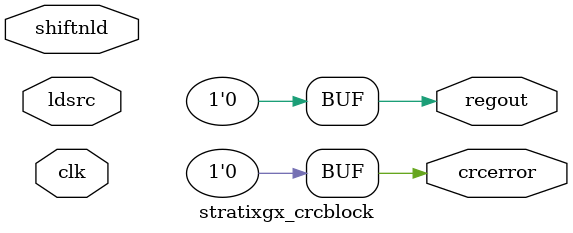
<source format=v>
module  stratixgx_crcblock (
    clk,
    shiftnld,
   ldsrc,
    crcerror,
    regout);
input clk;
input shiftnld;
input ldsrc;
output crcerror;
output regout;
assign crcerror = 1'b0;
assign regout = 1'b0;
parameter oscillator_divider = 1;
parameter lpm_type = "stratixgx_crcblock";
endmodule
</source>
